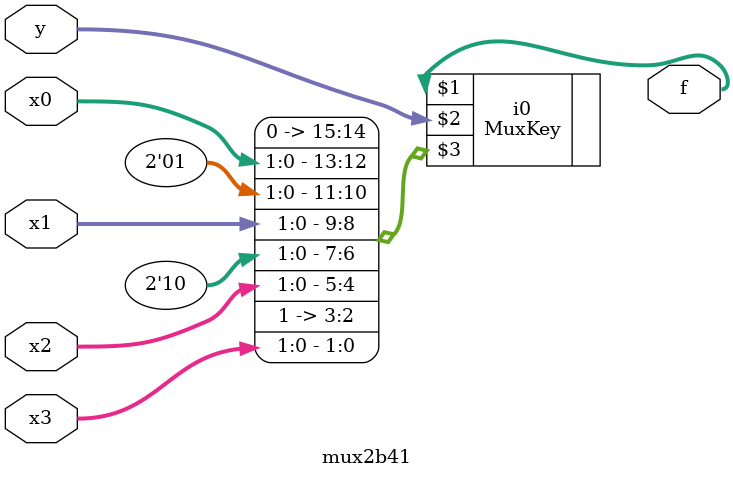
<source format=v>
module mux2b41 (x0, x1, x2, x3, y, f);
    input [1:0] x0, x1, x2, x3;
    input [1:0] y;
    output [1:0] f;
    
    MuxKey #(4, 2, 2) i0 (f, y, {
        2'b00, x0,
        2'b01, x1,
        2'b10, x2,
        2'b11, x3
    });

endmodule

</source>
